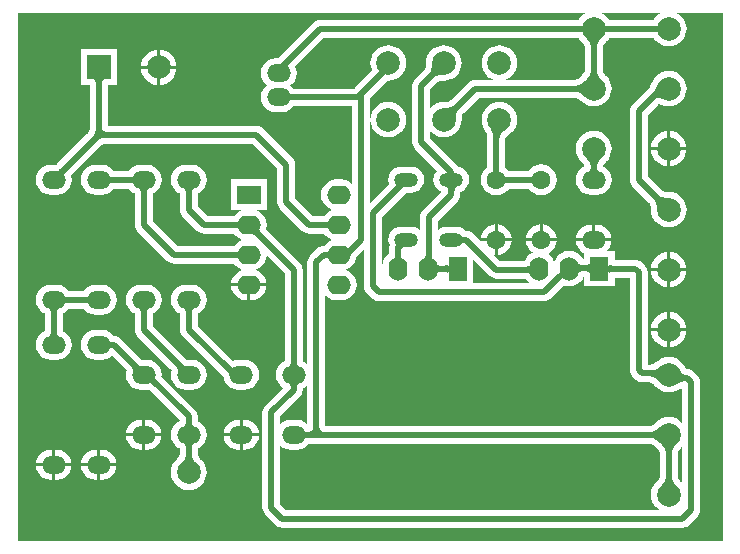
<source format=gbl>
G04*
G04 #@! TF.GenerationSoftware,Altium Limited,Altium Designer,21.8.1 (53)*
G04*
G04 Layer_Physical_Order=2*
G04 Layer_Color=16711680*
%FSLAX44Y44*%
%MOMM*%
G71*
G04*
G04 #@! TF.SameCoordinates,6425659C-F3A0-46A0-A297-A501553EC87D*
G04*
G04*
G04 #@! TF.FilePolarity,Positive*
G04*
G01*
G75*
%ADD10C,0.5000*%
%ADD11O,1.6000X2.0000*%
%ADD12R,1.6000X2.0000*%
%ADD13O,2.0000X1.5000*%
%ADD14R,2.0000X1.6000*%
%ADD15O,2.0000X1.6000*%
%ADD16C,1.6000*%
%ADD17O,2.0000X1.2000*%
%ADD18C,2.0000*%
%ADD19R,2.0000X2.0000*%
G36*
X1274326Y1067540D02*
X1272042Y1065665D01*
X1270168Y1063381D01*
X1269735Y1062572D01*
X1232165D01*
X1231732Y1063381D01*
X1229858Y1065665D01*
X1227574Y1067540D01*
X1225543Y1068625D01*
X1276357D01*
X1274326Y1067540D01*
D02*
G37*
G36*
X1328625Y621375D02*
X731375D01*
Y1068625D01*
X1212857D01*
X1210826Y1067540D01*
X1208542Y1065665D01*
X1206668Y1063381D01*
X1206235Y1062572D01*
X987532D01*
X987531Y1062572D01*
X986552Y1062443D01*
X985573Y1062314D01*
X983749Y1061559D01*
X982182Y1060356D01*
X951704Y1029878D01*
X950000D01*
X946737Y1029448D01*
X943696Y1028189D01*
X941085Y1026185D01*
X939081Y1023574D01*
X937822Y1020533D01*
X937392Y1017270D01*
X937822Y1014007D01*
X939081Y1010966D01*
X941085Y1008355D01*
X942707Y1007110D01*
X941085Y1005865D01*
X939081Y1003254D01*
X937822Y1000213D01*
X937392Y996950D01*
X937822Y993687D01*
X939081Y990646D01*
X941085Y988035D01*
X943696Y986031D01*
X946737Y984772D01*
X950000Y984342D01*
X955000D01*
X958263Y984772D01*
X961304Y986031D01*
X963915Y988035D01*
X964760Y989135D01*
X1014785D01*
Y923393D01*
X1014572Y923672D01*
X1011856Y925755D01*
X1008694Y927065D01*
X1005300Y927512D01*
X1001300D01*
X997906Y927065D01*
X994744Y925755D01*
X992028Y923672D01*
X989945Y920956D01*
X988635Y917794D01*
X988188Y914400D01*
X988635Y911006D01*
X989945Y907844D01*
X992028Y905128D01*
X994744Y903045D01*
X997906Y901735D01*
X998169Y901700D01*
X997906Y901665D01*
X994744Y900356D01*
X992028Y898272D01*
X990719Y896565D01*
X981033D01*
X966415Y911183D01*
Y939800D01*
X966415Y939800D01*
X966187Y941530D01*
X966157Y941758D01*
X965401Y943582D01*
X964199Y945149D01*
X964199Y945149D01*
X938799Y970549D01*
X937232Y971751D01*
X935408Y972507D01*
X933450Y972765D01*
X807971D01*
X807868Y972791D01*
X807700Y972800D01*
X807691Y972968D01*
X807665Y973071D01*
Y1007107D01*
X807696Y1007246D01*
X807699Y1007350D01*
X815100D01*
Y1037350D01*
X785100D01*
Y1007350D01*
X792501D01*
X792504Y1007246D01*
X792535Y1007107D01*
Y971796D01*
X792532Y971784D01*
X792535Y971743D01*
Y971545D01*
X792505Y971418D01*
X792477Y970623D01*
X792414Y970054D01*
X792313Y969525D01*
X792176Y969027D01*
X792002Y968554D01*
X791790Y968097D01*
X791536Y967649D01*
X791233Y967203D01*
X790875Y966756D01*
X790333Y966173D01*
X790264Y966062D01*
X765967Y941765D01*
X765840Y941684D01*
X765012Y940888D01*
X764341Y940298D01*
X763774Y939853D01*
X763560Y939708D01*
X759500D01*
X756237Y939278D01*
X753196Y938019D01*
X750585Y936015D01*
X748581Y933404D01*
X747322Y930363D01*
X746892Y927100D01*
X747322Y923837D01*
X748581Y920796D01*
X750585Y918185D01*
X753196Y916181D01*
X756237Y914922D01*
X759500Y914492D01*
X764500D01*
X767763Y914922D01*
X770804Y916181D01*
X773415Y918185D01*
X775419Y920796D01*
X776678Y923837D01*
X777108Y927100D01*
X776678Y930363D01*
X776508Y930774D01*
X776784Y931111D01*
X777487Y931844D01*
X777568Y931970D01*
X800962Y955364D01*
X801073Y955433D01*
X801656Y955975D01*
X802103Y956333D01*
X802549Y956636D01*
X802997Y956890D01*
X803454Y957102D01*
X803927Y957275D01*
X804425Y957413D01*
X804954Y957514D01*
X805523Y957577D01*
X806318Y957605D01*
X806445Y957635D01*
X806642D01*
X806684Y957632D01*
X806696Y957635D01*
X930317D01*
X951285Y936667D01*
Y908050D01*
X951543Y906092D01*
X952299Y904268D01*
X953501Y902701D01*
X972551Y883651D01*
X974118Y882449D01*
X975942Y881693D01*
X977900Y881435D01*
X990719D01*
X992028Y879728D01*
X994744Y877645D01*
X997906Y876335D01*
X998169Y876300D01*
X997906Y876265D01*
X994744Y874956D01*
X992028Y872872D01*
X990744Y871198D01*
X990585Y871198D01*
X990084Y871097D01*
X988642Y870907D01*
X986818Y870151D01*
X985251Y868949D01*
X985251Y868949D01*
X978901Y862599D01*
X977699Y861032D01*
X976943Y859208D01*
X976685Y857250D01*
Y770824D01*
X976615Y770915D01*
X974004Y772919D01*
X972844Y773399D01*
X972818Y773727D01*
X972796Y774627D01*
X972765Y774770D01*
Y850900D01*
X972507Y852858D01*
X971751Y854682D01*
X970549Y856249D01*
X970549Y856249D01*
X942749Y884049D01*
X942669Y884175D01*
X941923Y884952D01*
X941633Y885286D01*
X941765Y885606D01*
X942212Y889000D01*
X941765Y892394D01*
X940455Y895556D01*
X938372Y898272D01*
X935656Y900356D01*
X933134Y901400D01*
X942100D01*
Y927400D01*
X912100D01*
Y901400D01*
X921066D01*
X918544Y900356D01*
X915828Y898272D01*
X914519Y896565D01*
X892133D01*
X883865Y904833D01*
Y914330D01*
X883896Y914473D01*
X883918Y915372D01*
X883944Y915701D01*
X885104Y916181D01*
X887715Y918185D01*
X889719Y920796D01*
X890978Y923837D01*
X891408Y927100D01*
X890978Y930363D01*
X889719Y933404D01*
X887715Y936015D01*
X885104Y938019D01*
X882063Y939278D01*
X878800Y939708D01*
X873800D01*
X870537Y939278D01*
X867496Y938019D01*
X864885Y936015D01*
X862881Y933404D01*
X861622Y930363D01*
X861192Y927100D01*
X861622Y923837D01*
X862881Y920796D01*
X864885Y918185D01*
X867496Y916181D01*
X868656Y915701D01*
X868682Y915373D01*
X868704Y914473D01*
X868735Y914330D01*
Y901700D01*
X868993Y899742D01*
X869749Y897918D01*
X870951Y896351D01*
X883651Y883651D01*
X885218Y882449D01*
X887042Y881693D01*
X889000Y881435D01*
X889000Y881435D01*
X914519D01*
X915828Y879728D01*
X918544Y877645D01*
X921706Y876335D01*
X921970Y876300D01*
X921706Y876265D01*
X918544Y874956D01*
X915828Y872872D01*
X914519Y871165D01*
X866733D01*
X845765Y892133D01*
Y914330D01*
X845797Y914473D01*
X845818Y915372D01*
X845844Y915701D01*
X847004Y916181D01*
X849615Y918185D01*
X851619Y920796D01*
X852878Y923837D01*
X853308Y927100D01*
X852878Y930363D01*
X851619Y933404D01*
X849615Y936015D01*
X847004Y938019D01*
X843963Y939278D01*
X840700Y939708D01*
X835700D01*
X832437Y939278D01*
X829396Y938019D01*
X826785Y936015D01*
X825749Y934665D01*
X812551D01*
X811515Y936015D01*
X808904Y938019D01*
X805863Y939278D01*
X802600Y939708D01*
X797600D01*
X794337Y939278D01*
X791296Y938019D01*
X788685Y936015D01*
X786681Y933404D01*
X785422Y930363D01*
X784992Y927100D01*
X785422Y923837D01*
X786681Y920796D01*
X788685Y918185D01*
X791296Y916181D01*
X794337Y914922D01*
X797600Y914492D01*
X802600D01*
X805863Y914922D01*
X808904Y916181D01*
X811515Y918185D01*
X812551Y919535D01*
X825749D01*
X826785Y918185D01*
X829396Y916181D01*
X830556Y915701D01*
X830582Y915373D01*
X830603Y914473D01*
X830635Y914330D01*
Y889000D01*
X830893Y887042D01*
X831649Y885218D01*
X832851Y883651D01*
X858251Y858251D01*
X858251Y858251D01*
X859818Y857049D01*
X861642Y856293D01*
X861870Y856263D01*
X863600Y856035D01*
X863600Y856035D01*
X914519D01*
X915828Y854328D01*
X918544Y852244D01*
X921706Y850935D01*
X921970Y850900D01*
X921706Y850865D01*
X918544Y849556D01*
X915828Y847472D01*
X913745Y844756D01*
X912435Y841594D01*
X912155Y839470D01*
X942045D01*
X941765Y841594D01*
X940455Y844756D01*
X938372Y847472D01*
X935656Y849556D01*
X932494Y850865D01*
X932231Y850900D01*
X932494Y850935D01*
X935656Y852244D01*
X938372Y854328D01*
X940455Y857044D01*
X941765Y860206D01*
X942164Y863238D01*
X957635Y847767D01*
Y774770D01*
X957604Y774627D01*
X957582Y773727D01*
X957556Y773399D01*
X956396Y772919D01*
X953785Y770915D01*
X951781Y768304D01*
X950522Y765263D01*
X950092Y762000D01*
X950522Y758737D01*
X951781Y755696D01*
X953785Y753085D01*
X956332Y751130D01*
X940801Y735599D01*
X939599Y734032D01*
X938843Y732208D01*
X938585Y730250D01*
Y649279D01*
X938843Y647321D01*
X939599Y645497D01*
X940801Y643930D01*
X950080Y634651D01*
X950080Y634651D01*
X951647Y633449D01*
X953471Y632693D01*
X955429Y632435D01*
X955429Y632435D01*
X1294050D01*
X1296008Y632693D01*
X1297832Y633449D01*
X1299399Y634651D01*
X1307099Y642351D01*
X1308301Y643918D01*
X1309057Y645742D01*
X1309186Y646721D01*
X1309315Y647700D01*
X1309315Y647700D01*
Y755650D01*
X1309315Y755650D01*
X1309057Y757608D01*
X1308301Y759432D01*
X1308022Y759797D01*
X1307099Y760999D01*
X1307099Y760999D01*
X1303619Y764479D01*
X1302052Y765681D01*
X1301518Y765902D01*
X1300228Y766437D01*
X1299574Y766523D01*
X1299398Y766601D01*
X1298986Y766612D01*
X1298588Y766718D01*
X1298116Y766747D01*
X1298000Y766770D01*
X1297895Y766805D01*
X1297769Y766867D01*
X1297599Y766979D01*
X1297377Y767165D01*
X1297104Y767449D01*
X1296788Y767846D01*
X1296440Y768367D01*
X1295992Y769157D01*
X1295706Y769489D01*
X1295232Y770374D01*
X1293358Y772658D01*
X1291074Y774532D01*
X1288468Y775925D01*
X1285641Y776783D01*
X1282700Y777073D01*
X1279760Y776783D01*
X1276932Y775925D01*
X1274326Y774532D01*
X1273590Y773928D01*
X1273220Y773747D01*
X1271395Y772354D01*
X1270708Y771902D01*
X1270030Y771507D01*
X1269412Y771194D01*
X1268860Y770961D01*
X1268377Y770798D01*
X1267966Y770696D01*
X1267624Y770644D01*
X1267076Y770615D01*
X1266972Y770589D01*
X1264865D01*
Y848878D01*
X1264607Y850836D01*
X1263851Y852661D01*
X1262649Y854228D01*
X1259720Y857157D01*
X1258153Y858359D01*
X1257619Y858580D01*
X1256329Y859114D01*
X1254371Y859372D01*
X1237084D01*
X1236944Y859404D01*
X1236841Y859406D01*
Y866807D01*
X1229863D01*
X1230615Y867385D01*
X1232619Y869996D01*
X1233878Y873037D01*
X1234141Y875030D01*
X1219200D01*
X1204259D01*
X1204522Y873037D01*
X1205781Y869996D01*
X1207785Y867385D01*
X1210396Y865381D01*
X1210842Y865197D01*
Y859809D01*
X1210545Y859816D01*
X1210007Y859857D01*
X1209797Y860363D01*
X1207713Y863079D01*
X1204997Y865163D01*
X1201835Y866473D01*
X1198441Y866920D01*
X1195048Y866473D01*
X1191885Y865163D01*
X1189170Y863079D01*
X1187086Y860363D01*
X1185776Y857201D01*
X1185742Y856938D01*
X1185707Y857201D01*
X1184397Y860363D01*
X1182313Y863079D01*
X1180381Y864561D01*
X1181306Y864945D01*
X1184022Y867028D01*
X1186105Y869744D01*
X1187415Y872906D01*
X1187695Y875030D01*
X1174750D01*
Y876300D01*
D01*
Y875030D01*
X1161805D01*
X1162085Y872906D01*
X1163394Y869744D01*
X1165478Y867028D01*
X1167410Y865546D01*
X1166485Y865163D01*
X1163770Y863079D01*
X1161686Y860363D01*
X1160925Y858527D01*
X1160818Y858518D01*
X1159912Y858496D01*
X1159902Y858494D01*
X1159892Y858496D01*
X1159755Y858465D01*
X1139783D01*
X1134819Y863429D01*
X1135380Y863355D01*
Y875030D01*
X1123705D01*
X1123779Y874469D01*
X1116599Y881649D01*
X1115032Y882851D01*
X1113208Y883607D01*
X1111810Y883791D01*
X1111300Y883898D01*
X1110580Y883905D01*
X1110395Y884145D01*
X1108098Y885909D01*
X1105422Y887017D01*
X1102550Y887395D01*
X1094550D01*
X1091678Y887017D01*
X1089003Y885909D01*
X1087065Y884421D01*
Y892217D01*
X1103899Y909051D01*
X1105101Y910618D01*
X1105857Y912442D01*
X1106115Y914400D01*
Y915831D01*
X1106146Y915971D01*
X1106165Y916691D01*
X1108098Y917492D01*
X1110395Y919255D01*
X1112159Y921553D01*
X1113267Y924228D01*
X1113645Y927100D01*
X1113267Y929972D01*
X1112159Y932647D01*
X1110395Y934945D01*
X1108098Y936709D01*
X1105422Y937817D01*
X1104566Y937929D01*
X1103899Y938799D01*
X1103899Y938799D01*
X1080715Y961983D01*
Y968250D01*
X1081542Y967242D01*
X1083826Y965368D01*
X1086432Y963975D01*
X1089259Y963117D01*
X1092200Y962827D01*
X1095141Y963117D01*
X1097968Y963975D01*
X1100574Y965368D01*
X1102858Y967242D01*
X1104732Y969526D01*
X1106125Y972132D01*
X1106983Y974959D01*
X1107257Y977741D01*
X1107297Y977928D01*
X1107312Y979021D01*
X1107371Y979900D01*
X1107468Y980679D01*
X1107599Y981359D01*
X1107754Y981941D01*
X1107927Y982427D01*
X1108109Y982825D01*
X1108294Y983145D01*
X1108478Y983401D01*
X1108852Y983817D01*
X1108905Y983907D01*
X1121641Y996643D01*
X1203140D01*
X1203241Y996617D01*
X1203800Y996587D01*
X1204111Y996536D01*
X1204468Y996441D01*
X1204878Y996288D01*
X1205344Y996066D01*
X1205866Y995765D01*
X1206376Y995419D01*
X1207773Y994264D01*
X1208505Y993552D01*
X1208666Y993448D01*
X1210826Y991675D01*
X1213432Y990282D01*
X1216260Y989424D01*
X1219200Y989135D01*
X1222141Y989424D01*
X1224968Y990282D01*
X1227574Y991675D01*
X1229858Y993549D01*
X1231732Y995833D01*
X1233125Y998439D01*
X1233983Y1001267D01*
X1234273Y1004207D01*
X1233983Y1007148D01*
X1233125Y1009975D01*
X1231732Y1012581D01*
X1229959Y1014742D01*
X1229855Y1014902D01*
X1229093Y1015686D01*
X1228513Y1016348D01*
X1228031Y1016969D01*
X1227642Y1017542D01*
X1227341Y1018063D01*
X1227120Y1018529D01*
X1226967Y1018939D01*
X1226871Y1019296D01*
X1226821Y1019608D01*
X1226790Y1020166D01*
X1226765Y1020267D01*
Y1038948D01*
X1226790Y1039048D01*
X1226821Y1039607D01*
X1226871Y1039919D01*
X1226967Y1040275D01*
X1227120Y1040685D01*
X1227341Y1041151D01*
X1227643Y1041673D01*
X1227988Y1042183D01*
X1229143Y1043580D01*
X1229855Y1044312D01*
X1229959Y1044473D01*
X1231732Y1046633D01*
X1232165Y1047443D01*
X1269735D01*
X1270168Y1046633D01*
X1272042Y1044349D01*
X1274326Y1042475D01*
X1276932Y1041082D01*
X1279760Y1040224D01*
X1282700Y1039935D01*
X1285641Y1040224D01*
X1288468Y1041082D01*
X1291074Y1042475D01*
X1293358Y1044349D01*
X1295232Y1046633D01*
X1296625Y1049239D01*
X1297483Y1052067D01*
X1297773Y1055007D01*
X1297483Y1057948D01*
X1296625Y1060775D01*
X1295232Y1063381D01*
X1293358Y1065665D01*
X1291074Y1067540D01*
X1289043Y1068625D01*
X1328625D01*
Y621375D01*
D02*
G37*
G36*
X1225345Y1046986D02*
X1223905Y1045245D01*
X1223320Y1044382D01*
X1222825Y1043525D01*
X1222420Y1042674D01*
X1222105Y1041828D01*
X1221880Y1040988D01*
X1221745Y1040154D01*
X1221700Y1039325D01*
X1216700D01*
X1216655Y1040154D01*
X1216520Y1040988D01*
X1216295Y1041828D01*
X1215980Y1042674D01*
X1215575Y1043525D01*
X1215080Y1044382D01*
X1214495Y1045245D01*
X1213820Y1046113D01*
X1213055Y1046986D01*
X1212200Y1047866D01*
X1226200D01*
X1225345Y1046986D01*
D02*
G37*
G36*
X1092100Y1015900D02*
X1090874Y1015883D01*
X1088624Y1015670D01*
X1087600Y1015473D01*
X1086644Y1015218D01*
X1085756Y1014902D01*
X1084935Y1014527D01*
X1084182Y1014092D01*
X1083496Y1013597D01*
X1082879Y1013043D01*
X1079343Y1016579D01*
X1079897Y1017196D01*
X1080392Y1017882D01*
X1080827Y1018635D01*
X1081202Y1019456D01*
X1081518Y1020344D01*
X1081774Y1021300D01*
X1081970Y1022324D01*
X1082106Y1023415D01*
X1082183Y1024574D01*
X1082200Y1025800D01*
X1092100Y1015900D01*
D02*
G37*
G36*
X1206668Y1046633D02*
X1208441Y1044473D01*
X1208545Y1044312D01*
X1209307Y1043528D01*
X1209886Y1042866D01*
X1210369Y1042246D01*
X1210758Y1041673D01*
X1211059Y1041151D01*
X1211281Y1040685D01*
X1211433Y1040275D01*
X1211529Y1039919D01*
X1211579Y1039607D01*
X1211609Y1039048D01*
X1211635Y1038948D01*
Y1020267D01*
X1211609Y1020166D01*
X1211579Y1019608D01*
X1211529Y1019296D01*
X1211433Y1018939D01*
X1211281Y1018529D01*
X1211059Y1018063D01*
X1210758Y1017542D01*
X1210412Y1017032D01*
X1209257Y1015635D01*
X1208545Y1014902D01*
X1208529Y1014878D01*
X1208505Y1014862D01*
X1207721Y1014100D01*
X1207059Y1013521D01*
X1206439Y1013038D01*
X1205865Y1012650D01*
X1205344Y1012348D01*
X1204878Y1012127D01*
X1204468Y1011974D01*
X1204111Y1011879D01*
X1203800Y1011828D01*
X1203241Y1011798D01*
X1203140Y1011772D01*
X1144300D01*
X1144968Y1011975D01*
X1147573Y1013367D01*
X1149858Y1015242D01*
X1151732Y1017526D01*
X1153125Y1020132D01*
X1153983Y1022959D01*
X1154272Y1025900D01*
X1153983Y1028840D01*
X1153125Y1031668D01*
X1151732Y1034274D01*
X1149858Y1036558D01*
X1147573Y1038432D01*
X1144968Y1039825D01*
X1142140Y1040683D01*
X1139200Y1040973D01*
X1136259Y1040683D01*
X1133432Y1039825D01*
X1130826Y1038432D01*
X1128542Y1036558D01*
X1126667Y1034274D01*
X1125274Y1031668D01*
X1124417Y1028840D01*
X1124127Y1025900D01*
X1124417Y1022959D01*
X1125274Y1020132D01*
X1126667Y1017526D01*
X1128542Y1015242D01*
X1130826Y1013367D01*
X1133432Y1011975D01*
X1134100Y1011772D01*
X1118507D01*
X1116549Y1011514D01*
X1114725Y1010759D01*
X1113158Y1009556D01*
X1113158Y1009556D01*
X1098207Y994605D01*
X1098117Y994552D01*
X1097701Y994178D01*
X1097445Y993994D01*
X1097125Y993809D01*
X1096727Y993627D01*
X1096241Y993454D01*
X1095659Y993299D01*
X1095054Y993183D01*
X1093249Y993011D01*
X1092228Y992997D01*
X1092041Y992957D01*
X1089259Y992683D01*
X1086432Y991825D01*
X1083826Y990432D01*
X1081542Y988558D01*
X1080715Y987550D01*
Y1003717D01*
X1086193Y1009195D01*
X1086283Y1009248D01*
X1086699Y1009622D01*
X1086955Y1009806D01*
X1087275Y1009991D01*
X1087673Y1010173D01*
X1088159Y1010346D01*
X1088740Y1010501D01*
X1089346Y1010617D01*
X1091151Y1010789D01*
X1092172Y1010803D01*
X1092359Y1010843D01*
X1095141Y1011117D01*
X1097968Y1011975D01*
X1100574Y1013367D01*
X1102858Y1015242D01*
X1104732Y1017526D01*
X1106125Y1020132D01*
X1106983Y1022959D01*
X1107273Y1025900D01*
X1106983Y1028840D01*
X1106125Y1031668D01*
X1104732Y1034274D01*
X1102858Y1036558D01*
X1100574Y1038432D01*
X1097968Y1039825D01*
X1095141Y1040683D01*
X1092200Y1040973D01*
X1089259Y1040683D01*
X1086432Y1039825D01*
X1083826Y1038432D01*
X1081542Y1036558D01*
X1079668Y1034274D01*
X1078275Y1031668D01*
X1077417Y1028840D01*
X1077143Y1026059D01*
X1077103Y1025872D01*
X1077088Y1024779D01*
X1077029Y1023900D01*
X1076932Y1023121D01*
X1076801Y1022440D01*
X1076646Y1021859D01*
X1076473Y1021373D01*
X1076291Y1020975D01*
X1076106Y1020655D01*
X1075922Y1020399D01*
X1075548Y1019983D01*
X1075495Y1019893D01*
X1067801Y1012199D01*
X1066599Y1010632D01*
X1065843Y1008808D01*
X1065585Y1006850D01*
Y958850D01*
X1065843Y956892D01*
X1066599Y955068D01*
X1067801Y953501D01*
X1086554Y934748D01*
X1084941Y932647D01*
X1083833Y929972D01*
X1083455Y927100D01*
X1083833Y924228D01*
X1084941Y921553D01*
X1086705Y919255D01*
X1089003Y917492D01*
X1090375Y916923D01*
X1074151Y900699D01*
X1072949Y899132D01*
X1072193Y897308D01*
X1071935Y895350D01*
Y884421D01*
X1069997Y885909D01*
X1067322Y887017D01*
X1064450Y887395D01*
X1056450D01*
X1053578Y887017D01*
X1050902Y885909D01*
X1048605Y884145D01*
X1046842Y881848D01*
X1045733Y879172D01*
X1045355Y876300D01*
X1045733Y873428D01*
X1046255Y872167D01*
X1045692Y870807D01*
X1045434Y868849D01*
Y864389D01*
X1043727Y863079D01*
X1041644Y860363D01*
X1040334Y857201D01*
X1039915Y854019D01*
Y895867D01*
X1060053Y916005D01*
X1064450D01*
X1067322Y916383D01*
X1069997Y917492D01*
X1072295Y919255D01*
X1074059Y921553D01*
X1075167Y924228D01*
X1075545Y927100D01*
X1075167Y929972D01*
X1074059Y932647D01*
X1072295Y934945D01*
X1069997Y936709D01*
X1067322Y937817D01*
X1064450Y938195D01*
X1056450D01*
X1053578Y937817D01*
X1050902Y936709D01*
X1048605Y934945D01*
X1046842Y932647D01*
X1045733Y929972D01*
X1045355Y927100D01*
X1045733Y924228D01*
X1046069Y923417D01*
X1029915Y907263D01*
Y996496D01*
X1044332Y1010913D01*
X1045200Y1010827D01*
X1048140Y1011117D01*
X1050968Y1011975D01*
X1053574Y1013367D01*
X1055858Y1015242D01*
X1057732Y1017526D01*
X1059125Y1020132D01*
X1059983Y1022959D01*
X1060272Y1025900D01*
X1059983Y1028840D01*
X1059125Y1031668D01*
X1057732Y1034274D01*
X1055858Y1036558D01*
X1053574Y1038432D01*
X1050968Y1039825D01*
X1048140Y1040683D01*
X1045200Y1040973D01*
X1042259Y1040683D01*
X1039432Y1039825D01*
X1036826Y1038432D01*
X1034542Y1036558D01*
X1032667Y1034274D01*
X1031275Y1031668D01*
X1030417Y1028840D01*
X1030127Y1025900D01*
X1030417Y1022959D01*
X1031275Y1020132D01*
X1031581Y1019558D01*
X1017001Y1004978D01*
X1016288Y1004265D01*
X965143D01*
X963915Y1005865D01*
X962293Y1007110D01*
X963915Y1008355D01*
X965919Y1010966D01*
X967178Y1014007D01*
X967608Y1017270D01*
X967178Y1020533D01*
X966176Y1022954D01*
X990665Y1047443D01*
X1206235D01*
X1206668Y1046633D01*
D02*
G37*
G36*
X1221745Y1019061D02*
X1221880Y1018226D01*
X1222105Y1017386D01*
X1222420Y1016541D01*
X1222825Y1015689D01*
X1223320Y1014833D01*
X1223905Y1013970D01*
X1224580Y1013102D01*
X1225345Y1012228D01*
X1226200Y1011349D01*
X1212200D01*
X1213055Y1012228D01*
X1214495Y1013970D01*
X1215080Y1014833D01*
X1215575Y1015689D01*
X1215980Y1016541D01*
X1216295Y1017386D01*
X1216520Y1018226D01*
X1216655Y1019061D01*
X1216700Y1019890D01*
X1221700D01*
X1221745Y1019061D01*
D02*
G37*
G36*
X804625Y1012330D02*
X804200Y1012180D01*
X803825Y1011930D01*
X803500Y1011581D01*
X803225Y1011131D01*
X803000Y1010581D01*
X802825Y1009930D01*
X802700Y1009181D01*
X802625Y1008331D01*
X802600Y1007381D01*
X797600D01*
X797575Y1008331D01*
X797500Y1009181D01*
X797375Y1009930D01*
X797200Y1010581D01*
X796975Y1011131D01*
X796700Y1011581D01*
X796375Y1011930D01*
X796000Y1012180D01*
X795575Y1012330D01*
X795100Y1012381D01*
X805100D01*
X804625Y1012330D01*
D02*
G37*
G36*
X1212059Y997207D02*
X1211179Y998062D01*
X1209437Y999502D01*
X1208575Y1000087D01*
X1207718Y1000582D01*
X1206867Y1000987D01*
X1206021Y1001302D01*
X1205181Y1001527D01*
X1204346Y1001662D01*
X1203518Y1001707D01*
Y1006707D01*
X1204346Y1006752D01*
X1205181Y1006887D01*
X1206021Y1007112D01*
X1206867Y1007427D01*
X1207718Y1007832D01*
X1208575Y1008327D01*
X1209437Y1008912D01*
X1210305Y1009587D01*
X1211179Y1010352D01*
X1212059Y1011207D01*
Y997207D01*
D02*
G37*
G36*
X1105057Y987221D02*
X1104503Y986603D01*
X1104008Y985918D01*
X1103573Y985165D01*
X1103198Y984344D01*
X1102882Y983456D01*
X1102626Y982500D01*
X1102430Y981476D01*
X1102294Y980385D01*
X1102217Y979226D01*
X1102199Y978000D01*
X1092300Y987899D01*
X1093526Y987917D01*
X1095776Y988130D01*
X1096800Y988326D01*
X1097756Y988582D01*
X1098644Y988898D01*
X1099465Y989273D01*
X1100218Y989708D01*
X1100903Y990203D01*
X1101521Y990757D01*
X1105057Y987221D01*
D02*
G37*
G36*
X802650Y971750D02*
X802800Y970900D01*
X803050Y970150D01*
X803400Y969500D01*
X803850Y968950D01*
X804400Y968500D01*
X805050Y968150D01*
X805800Y967900D01*
X806650Y967750D01*
X807600Y967700D01*
X806135Y962700D01*
X805150Y962665D01*
X804194Y962559D01*
X803267Y962382D01*
X802370Y962134D01*
X801502Y961816D01*
X800663Y961427D01*
X799853Y960968D01*
X799073Y960437D01*
X798322Y959836D01*
X797600Y959165D01*
X794064Y962700D01*
X794736Y963422D01*
X795337Y964173D01*
X795868Y964953D01*
X796327Y965763D01*
X796716Y966602D01*
X797034Y967470D01*
X797282Y968367D01*
X797459Y969294D01*
X797565Y970250D01*
X797600Y971236D01*
X802600Y972700D01*
X802650Y971750D01*
D02*
G37*
G36*
X773810Y935374D02*
X772967Y934497D01*
X771692Y932940D01*
X771258Y932260D01*
X770962Y931647D01*
X770801Y931100D01*
X770777Y930619D01*
X770890Y930204D01*
X771138Y929855D01*
X771524Y929573D01*
X762435Y934575D01*
X762911Y934386D01*
X763436Y934314D01*
X764009Y934362D01*
X764630Y934527D01*
X765300Y934812D01*
X766018Y935214D01*
X766784Y935735D01*
X767599Y936375D01*
X768462Y937133D01*
X769374Y938009D01*
X773810Y935374D01*
D02*
G37*
G36*
X1103073Y921179D02*
X1102648Y921025D01*
X1102273Y920769D01*
X1101949Y920410D01*
X1101674Y919948D01*
X1101450Y919384D01*
X1101275Y918717D01*
X1101150Y917948D01*
X1101075Y917076D01*
X1101050Y916102D01*
X1096050D01*
X1096025Y917076D01*
X1095950Y917948D01*
X1095825Y918717D01*
X1095650Y919384D01*
X1095426Y919948D01*
X1095151Y920410D01*
X1094827Y920769D01*
X1094452Y921025D01*
X1094027Y921179D01*
X1093553Y921230D01*
X1103547D01*
X1103073Y921179D01*
D02*
G37*
G36*
X880818Y920027D02*
X880394Y919862D01*
X880021Y919588D01*
X879697Y919204D01*
X879423Y918710D01*
X879199Y918106D01*
X879024Y917393D01*
X878900Y916570D01*
X878825Y915637D01*
X878800Y914594D01*
X873800D01*
X873775Y915637D01*
X873700Y916570D01*
X873576Y917393D01*
X873401Y918106D01*
X873177Y918710D01*
X872903Y919204D01*
X872579Y919588D01*
X872206Y919862D01*
X871782Y920027D01*
X871309Y920082D01*
X881291D01*
X880818Y920027D01*
D02*
G37*
G36*
X842718D02*
X842294Y919862D01*
X841921Y919588D01*
X841597Y919204D01*
X841323Y918710D01*
X841099Y918106D01*
X840924Y917393D01*
X840800Y916570D01*
X840725Y915637D01*
X840700Y914594D01*
X835700D01*
X835675Y915637D01*
X835600Y916570D01*
X835476Y917393D01*
X835301Y918106D01*
X835077Y918710D01*
X834803Y919204D01*
X834479Y919588D01*
X834106Y919862D01*
X833682Y920027D01*
X833209Y920082D01*
X843191D01*
X842718Y920027D01*
D02*
G37*
G36*
X936278Y886205D02*
X936048Y885837D01*
X935951Y885407D01*
X935986Y884914D01*
X936155Y884359D01*
X936456Y883742D01*
X936891Y883061D01*
X937458Y882318D01*
X938158Y881513D01*
X938990Y880645D01*
X934778Y877786D01*
X933883Y878647D01*
X932239Y880010D01*
X931491Y880513D01*
X930792Y880896D01*
X930143Y881160D01*
X929543Y881304D01*
X928991Y881330D01*
X928490Y881236D01*
X928037Y881022D01*
X936641Y886510D01*
X936278Y886205D01*
D02*
G37*
G36*
X1107882Y878952D02*
X1107984Y878920D01*
X1108154Y878892D01*
X1108392Y878867D01*
X1109515Y878817D01*
X1111250Y878800D01*
Y873800D01*
X1107848Y873613D01*
Y878987D01*
X1107882Y878952D01*
D02*
G37*
G36*
X1057919Y870332D02*
X1057902Y870296D01*
X1057818Y870195D01*
X1057452Y869802D01*
X1054767Y867081D01*
X1051231Y870617D01*
X1052520Y871842D01*
X1057919Y870332D01*
D02*
G37*
G36*
X993818Y860917D02*
X993785Y860952D01*
X993689Y860983D01*
X993528Y861010D01*
X993303Y861034D01*
X992241Y861084D01*
X990600Y861100D01*
Y866100D01*
X991211Y866102D01*
X993785Y866248D01*
X993818Y866283D01*
Y860917D01*
D02*
G37*
G36*
X1082000Y865919D02*
X1082025Y864670D01*
X1082223Y862537D01*
X1082396Y861654D01*
X1082619Y860893D01*
X1082891Y860254D01*
X1083214Y859736D01*
X1083585Y859341D01*
X1084006Y859068D01*
X1084476Y858916D01*
X1074514Y860733D01*
X1074987Y860711D01*
X1075409Y860826D01*
X1075782Y861078D01*
X1076105Y861467D01*
X1076379Y861993D01*
X1076602Y862656D01*
X1076776Y863456D01*
X1076901Y864393D01*
X1076975Y865467D01*
X1077000Y866678D01*
X1082000Y865919D01*
D02*
G37*
G36*
X1215902Y847197D02*
X1215852Y847672D01*
X1215701Y848097D01*
X1215450Y848472D01*
X1215098Y848797D01*
X1214645Y849072D01*
X1214091Y849297D01*
X1213438Y849472D01*
X1212683Y849597D01*
X1211828Y849672D01*
X1211141Y849690D01*
X1210382Y849672D01*
X1209437Y849598D01*
X1208606Y849473D01*
X1207888Y849299D01*
X1207282Y849074D01*
X1206790Y848801D01*
X1206410Y848477D01*
X1206143Y848103D01*
X1205990Y847680D01*
X1205949Y847206D01*
X1205639Y857183D01*
X1205710Y856711D01*
X1205893Y856288D01*
X1206187Y855915D01*
X1206592Y855592D01*
X1207108Y855319D01*
X1207736Y855095D01*
X1208476Y854921D01*
X1209326Y854797D01*
X1210288Y854722D01*
X1211102Y854703D01*
X1211828Y854722D01*
X1212683Y854797D01*
X1213438Y854922D01*
X1214091Y855097D01*
X1214645Y855322D01*
X1215098Y855597D01*
X1215450Y855922D01*
X1215701Y856297D01*
X1215852Y856722D01*
X1215902Y857197D01*
Y847197D01*
D02*
G37*
G36*
X1095860Y846807D02*
X1095810Y847282D01*
X1095659Y847707D01*
X1095407Y848083D01*
X1095055Y848407D01*
X1094602Y848682D01*
X1094049Y848907D01*
X1093395Y849082D01*
X1092640Y849207D01*
X1091785Y849283D01*
X1091080Y849301D01*
X1090299Y849283D01*
X1089353Y849208D01*
X1088517Y849083D01*
X1087793Y848909D01*
X1087180Y848685D01*
X1086679Y848411D01*
X1086289Y848087D01*
X1086011Y847713D01*
X1085844Y847290D01*
X1085788Y846816D01*
Y856799D01*
X1085844Y856325D01*
X1086011Y855902D01*
X1086289Y855528D01*
X1086679Y855204D01*
X1087180Y854930D01*
X1087793Y854706D01*
X1088517Y854532D01*
X1089353Y854407D01*
X1090299Y854332D01*
X1091080Y854314D01*
X1091785Y854332D01*
X1092640Y854407D01*
X1093395Y854532D01*
X1094049Y854707D01*
X1094602Y854932D01*
X1095055Y855207D01*
X1095407Y855532D01*
X1095659Y855907D01*
X1095810Y856332D01*
X1095860Y856807D01*
Y846807D01*
D02*
G37*
G36*
X1231831Y856332D02*
X1231982Y855907D01*
X1232233Y855532D01*
X1232585Y855207D01*
X1233038Y854932D01*
X1233592Y854707D01*
X1234245Y854532D01*
X1235000Y854407D01*
X1235855Y854332D01*
X1236811Y854307D01*
Y849307D01*
X1235855Y849283D01*
X1235000Y849207D01*
X1234245Y849082D01*
X1233592Y848907D01*
X1233038Y848682D01*
X1232585Y848407D01*
X1232233Y848083D01*
X1231982Y847707D01*
X1231831Y847282D01*
X1231780Y846807D01*
Y856807D01*
X1231831Y856332D01*
D02*
G37*
G36*
X1166120Y845914D02*
X1166028Y846387D01*
X1165823Y846809D01*
X1165507Y847182D01*
X1165080Y847505D01*
X1164541Y847779D01*
X1163890Y848002D01*
X1163128Y848176D01*
X1162254Y848301D01*
X1161269Y848375D01*
X1160172Y848400D01*
X1160033Y853400D01*
X1161082Y853425D01*
X1162017Y853500D01*
X1162837Y853624D01*
X1163543Y853799D01*
X1164134Y854023D01*
X1164611Y854297D01*
X1164974Y854621D01*
X1165223Y854994D01*
X1165357Y855418D01*
X1165377Y855891D01*
X1166120Y845914D01*
D02*
G37*
G36*
X1131301Y845551D02*
X1131301Y845551D01*
X1132868Y844349D01*
X1134692Y843593D01*
X1134920Y843563D01*
X1136650Y843335D01*
X1136650Y843335D01*
X1159913D01*
X1160057Y843303D01*
X1161018Y843281D01*
X1161702Y843230D01*
X1161703Y843230D01*
X1163770Y840536D01*
X1165231Y839415D01*
X1116799D01*
Y860053D01*
X1131301Y845551D01*
D02*
G37*
G36*
X1024785Y836672D02*
X1025043Y834714D01*
X1025799Y832889D01*
X1027001Y831322D01*
X1031822Y826501D01*
X1031822Y826501D01*
X1032709Y825821D01*
X1033389Y825299D01*
X1035214Y824543D01*
X1037171Y824285D01*
X1177004D01*
X1178962Y824543D01*
X1180252Y825077D01*
X1180787Y825299D01*
X1182353Y826501D01*
X1193596Y837744D01*
X1195048Y837142D01*
X1198441Y836695D01*
X1201835Y837142D01*
X1204997Y838452D01*
X1207713Y840536D01*
X1209797Y843251D01*
X1210337Y844555D01*
X1210643Y844579D01*
X1210842Y844584D01*
Y836807D01*
X1236841D01*
Y844209D01*
X1236944Y844211D01*
X1237084Y844243D01*
X1249735D01*
Y765953D01*
X1249993Y763995D01*
X1250749Y762171D01*
X1251951Y760604D01*
X1254880Y757675D01*
X1256447Y756473D01*
X1257202Y756160D01*
X1258271Y755717D01*
X1260229Y755460D01*
X1266255D01*
X1266270Y755455D01*
X1266321Y755460D01*
X1266427D01*
X1266525Y755434D01*
X1267090Y755403D01*
X1267372Y755355D01*
X1267671Y755270D01*
X1268004Y755135D01*
X1268380Y754936D01*
X1268803Y754660D01*
X1269271Y754295D01*
X1269779Y753832D01*
X1270322Y753263D01*
X1270984Y752480D01*
X1271345Y752192D01*
X1272042Y751342D01*
X1274326Y749468D01*
X1276932Y748075D01*
X1279760Y747217D01*
X1282700Y746927D01*
X1285641Y747217D01*
X1288468Y748075D01*
X1289449Y748599D01*
X1289899Y748730D01*
X1292133Y749894D01*
X1292995Y750294D01*
X1294185Y750771D01*
Y720850D01*
X1293358Y721858D01*
X1291074Y723732D01*
X1288468Y725125D01*
X1285641Y725983D01*
X1282700Y726273D01*
X1279760Y725983D01*
X1276932Y725125D01*
X1274326Y723732D01*
X1272166Y721959D01*
X1272005Y721855D01*
X1271221Y721093D01*
X1270559Y720514D01*
X1269939Y720031D01*
X1269365Y719642D01*
X1268844Y719341D01*
X1268378Y719119D01*
X1267968Y718967D01*
X1267611Y718871D01*
X1267299Y718821D01*
X1266741Y718791D01*
X1266640Y718765D01*
X992121D01*
X992018Y718791D01*
X991850Y718800D01*
X991841Y718968D01*
X991815Y719071D01*
Y829207D01*
X992028Y828928D01*
X994744Y826844D01*
X997906Y825535D01*
X1001300Y825088D01*
X1005300D01*
X1008694Y825535D01*
X1011856Y826844D01*
X1014572Y828928D01*
X1016656Y831644D01*
X1017965Y834806D01*
X1018412Y838200D01*
X1017965Y841594D01*
X1016656Y844756D01*
X1014572Y847472D01*
X1011856Y849556D01*
X1008694Y850865D01*
X1008430Y850900D01*
X1008694Y850935D01*
X1011856Y852244D01*
X1014572Y854328D01*
X1016656Y857044D01*
X1017965Y860206D01*
X1018119Y861370D01*
X1024785Y868037D01*
Y836672D01*
D02*
G37*
G36*
X967725Y773463D02*
X967800Y772530D01*
X967924Y771707D01*
X968099Y770994D01*
X968323Y770390D01*
X968597Y769896D01*
X968921Y769512D01*
X969294Y769238D01*
X969718Y769073D01*
X970191Y769018D01*
X960209D01*
X960682Y769073D01*
X961106Y769238D01*
X961479Y769512D01*
X961803Y769896D01*
X962077Y770390D01*
X962301Y770994D01*
X962476Y771707D01*
X962600Y772530D01*
X962675Y773463D01*
X962700Y774506D01*
X967700D01*
X967725Y773463D01*
D02*
G37*
G36*
X1274879Y755768D02*
X1274116Y756672D01*
X1273344Y757480D01*
X1272561Y758194D01*
X1271769Y758812D01*
X1270967Y759335D01*
X1270155Y759763D01*
X1269333Y760096D01*
X1268502Y760334D01*
X1267661Y760477D01*
X1266809Y760524D01*
X1267342Y765524D01*
X1268142Y765566D01*
X1268964Y765691D01*
X1269807Y765900D01*
X1270672Y766192D01*
X1271558Y766567D01*
X1272466Y767026D01*
X1273395Y767568D01*
X1274346Y768193D01*
X1276313Y769695D01*
X1274879Y755768D01*
D02*
G37*
G36*
X1292097Y765690D02*
X1292666Y764838D01*
X1293265Y764086D01*
X1293892Y763434D01*
X1294549Y762883D01*
X1295235Y762432D01*
X1295950Y762081D01*
X1296694Y761830D01*
X1297468Y761680D01*
X1298270Y761630D01*
X1297136Y756630D01*
X1296411Y756596D01*
X1295635Y756495D01*
X1294806Y756326D01*
X1293925Y756089D01*
X1292992Y755785D01*
X1290970Y754975D01*
X1289880Y754468D01*
X1287545Y753252D01*
X1291557Y766643D01*
X1292097Y765690D01*
D02*
G37*
G36*
X969718Y754927D02*
X969294Y754762D01*
X968921Y754488D01*
X968597Y754104D01*
X968323Y753610D01*
X968099Y753006D01*
X967924Y752293D01*
X967800Y751470D01*
X967725Y750537D01*
X967700Y749494D01*
X962700D01*
X962675Y750537D01*
X962600Y751470D01*
X962476Y752293D01*
X962301Y753006D01*
X962077Y753610D01*
X961803Y754104D01*
X961479Y754488D01*
X961106Y754762D01*
X960682Y754927D01*
X960209Y754982D01*
X970191D01*
X969718Y754927D01*
D02*
G37*
G36*
X976685Y720024D02*
X976615Y720115D01*
X974004Y722119D01*
X970963Y723378D01*
X967700Y723808D01*
X962700D01*
X959437Y723378D01*
X956396Y722119D01*
X953785Y720115D01*
X953715Y720024D01*
Y727117D01*
X970549Y743951D01*
X971751Y745518D01*
X972507Y747342D01*
X972742Y749131D01*
X972796Y749373D01*
X972818Y750273D01*
X972844Y750601D01*
X974004Y751081D01*
X976615Y753085D01*
X976685Y753176D01*
Y720024D01*
D02*
G37*
G36*
X986800Y717750D02*
X986950Y716900D01*
X987200Y716150D01*
X987550Y715500D01*
X988000Y714950D01*
X988550Y714500D01*
X989200Y714150D01*
X989950Y713900D01*
X990800Y713750D01*
X991750Y713700D01*
X984250Y708700D01*
X976750Y713700D01*
X977700Y713750D01*
X978550Y713900D01*
X979300Y714150D01*
X979950Y714500D01*
X980500Y714950D01*
X980950Y715500D01*
X981300Y716150D01*
X981550Y716900D01*
X981700Y717750D01*
X981750Y718700D01*
X986750D01*
X986800Y717750D01*
D02*
G37*
G36*
X1275559Y704200D02*
X1274679Y705055D01*
X1272937Y706495D01*
X1272075Y707080D01*
X1271218Y707575D01*
X1270367Y707980D01*
X1269521Y708295D01*
X1268681Y708520D01*
X1267846Y708655D01*
X1267018Y708700D01*
Y713700D01*
X1267846Y713745D01*
X1268681Y713880D01*
X1269521Y714105D01*
X1270367Y714420D01*
X1271218Y714825D01*
X1272075Y715320D01*
X1272937Y715905D01*
X1273805Y716580D01*
X1274679Y717345D01*
X1275559Y718200D01*
Y704200D01*
D02*
G37*
G36*
X1266741Y703609D02*
X1267299Y703579D01*
X1267611Y703529D01*
X1267968Y703433D01*
X1268378Y703280D01*
X1268844Y703059D01*
X1269366Y702757D01*
X1269875Y702412D01*
X1271273Y701257D01*
X1272005Y700545D01*
X1272029Y700529D01*
X1272045Y700505D01*
X1272807Y699721D01*
X1273387Y699059D01*
X1273869Y698439D01*
X1274258Y697866D01*
X1274559Y697344D01*
X1274781Y696878D01*
X1274933Y696468D01*
X1275029Y696112D01*
X1275079Y695799D01*
X1275109Y695241D01*
X1275135Y695141D01*
Y676460D01*
X1275109Y676359D01*
X1275079Y675800D01*
X1275029Y675489D01*
X1274933Y675132D01*
X1274781Y674722D01*
X1274559Y674256D01*
X1274258Y673734D01*
X1273912Y673224D01*
X1272757Y671827D01*
X1272045Y671095D01*
X1271941Y670934D01*
X1270168Y668774D01*
X1268775Y666168D01*
X1267917Y663341D01*
X1267627Y660400D01*
X1267917Y657459D01*
X1268775Y654632D01*
X1270168Y652026D01*
X1272042Y649742D01*
X1274326Y647868D01*
X1274893Y647565D01*
X958562D01*
X953715Y652412D01*
Y702376D01*
X953785Y702285D01*
X956396Y700281D01*
X959437Y699022D01*
X962700Y698592D01*
X967700D01*
X970963Y699022D01*
X974004Y700281D01*
X976615Y702285D01*
X977651Y703635D01*
X1266640D01*
X1266741Y703609D01*
D02*
G37*
G36*
X1288845Y703179D02*
X1287405Y701437D01*
X1286820Y700575D01*
X1286325Y699718D01*
X1285920Y698867D01*
X1285605Y698021D01*
X1285380Y697181D01*
X1285245Y696346D01*
X1285200Y695518D01*
X1280200D01*
X1280155Y696346D01*
X1280020Y697181D01*
X1279795Y698021D01*
X1279480Y698867D01*
X1279075Y699718D01*
X1278580Y700575D01*
X1277995Y701437D01*
X1277320Y702306D01*
X1276555Y703179D01*
X1275700Y704059D01*
X1289700D01*
X1288845Y703179D01*
D02*
G37*
G36*
X1294185Y670050D02*
X1293459Y670934D01*
X1293355Y671095D01*
X1292593Y671879D01*
X1292014Y672541D01*
X1291531Y673161D01*
X1291142Y673735D01*
X1290841Y674256D01*
X1290620Y674722D01*
X1290467Y675132D01*
X1290371Y675489D01*
X1290321Y675800D01*
X1290291Y676359D01*
X1290265Y676460D01*
Y695141D01*
X1290291Y695241D01*
X1290321Y695799D01*
X1290371Y696112D01*
X1290467Y696468D01*
X1290620Y696878D01*
X1290841Y697344D01*
X1291142Y697866D01*
X1291488Y698375D01*
X1292643Y699773D01*
X1293355Y700505D01*
X1293459Y700666D01*
X1294185Y701550D01*
Y670050D01*
D02*
G37*
G36*
X1285245Y675254D02*
X1285380Y674419D01*
X1285605Y673579D01*
X1285920Y672733D01*
X1286325Y671882D01*
X1286820Y671025D01*
X1287405Y670163D01*
X1288080Y669295D01*
X1288845Y668421D01*
X1289700Y667541D01*
X1275700D01*
X1276555Y668421D01*
X1277995Y670163D01*
X1278580Y671025D01*
X1279075Y671882D01*
X1279480Y672733D01*
X1279795Y673579D01*
X1280020Y674419D01*
X1280155Y675254D01*
X1280200Y676083D01*
X1285200D01*
X1285245Y675254D01*
D02*
G37*
%LPC*%
G36*
X852170Y1037298D02*
Y1023620D01*
X865847D01*
X865683Y1025291D01*
X864825Y1028118D01*
X863432Y1030724D01*
X861558Y1033008D01*
X859274Y1034882D01*
X856668Y1036275D01*
X853840Y1037133D01*
X852170Y1037298D01*
D02*
G37*
G36*
X849630Y1037298D02*
X847960Y1037133D01*
X845132Y1036275D01*
X842526Y1034882D01*
X840242Y1033008D01*
X838368Y1030724D01*
X836975Y1028118D01*
X836117Y1025291D01*
X835953Y1023620D01*
X849630D01*
Y1037298D01*
D02*
G37*
G36*
X865847Y1021080D02*
X852170D01*
Y1007402D01*
X853840Y1007567D01*
X856668Y1008425D01*
X859274Y1009818D01*
X861558Y1011692D01*
X863432Y1013976D01*
X864825Y1016582D01*
X865683Y1019409D01*
X865847Y1021080D01*
D02*
G37*
G36*
X849630D02*
X835953D01*
X836117Y1019409D01*
X836975Y1016582D01*
X838368Y1013976D01*
X840242Y1011692D01*
X842526Y1009818D01*
X845132Y1008425D01*
X847960Y1007567D01*
X849630Y1007402D01*
Y1021080D01*
D02*
G37*
G36*
X1282700Y1019280D02*
X1279760Y1018990D01*
X1276932Y1018132D01*
X1274326Y1016740D01*
X1272042Y1014865D01*
X1270168Y1012581D01*
X1269333Y1011020D01*
X1269038Y1010632D01*
X1269035Y1010621D01*
X1269028Y1010611D01*
X1267952Y1008380D01*
X1266481Y1005700D01*
X1266125Y1005131D01*
X1265334Y1004012D01*
X1265080Y1003704D01*
X1264727Y1003325D01*
X1264659Y1003214D01*
X1251951Y990506D01*
X1250749Y988940D01*
X1249993Y987115D01*
X1249735Y985157D01*
Y927100D01*
X1249993Y925142D01*
X1250749Y923318D01*
X1251951Y921751D01*
X1265995Y907707D01*
X1266048Y907617D01*
X1266422Y907201D01*
X1266606Y906945D01*
X1266791Y906625D01*
X1266973Y906227D01*
X1267146Y905741D01*
X1267301Y905160D01*
X1267418Y904554D01*
X1267589Y902749D01*
X1267603Y901728D01*
X1267643Y901541D01*
X1267917Y898760D01*
X1268775Y895932D01*
X1270168Y893326D01*
X1272042Y891042D01*
X1274326Y889168D01*
X1276932Y887775D01*
X1279760Y886917D01*
X1282700Y886627D01*
X1285641Y886917D01*
X1288468Y887775D01*
X1291074Y889168D01*
X1293358Y891042D01*
X1295232Y893326D01*
X1296625Y895932D01*
X1297483Y898760D01*
X1297773Y901700D01*
X1297483Y904641D01*
X1296625Y907468D01*
X1295232Y910074D01*
X1293358Y912358D01*
X1291074Y914232D01*
X1288468Y915625D01*
X1285641Y916483D01*
X1282859Y916757D01*
X1282672Y916797D01*
X1281579Y916812D01*
X1280700Y916871D01*
X1279921Y916968D01*
X1279240Y917099D01*
X1278659Y917254D01*
X1278173Y917427D01*
X1277775Y917609D01*
X1277455Y917794D01*
X1277199Y917978D01*
X1276783Y918352D01*
X1276693Y918405D01*
X1264865Y930233D01*
Y982024D01*
X1273337Y990496D01*
X1273369Y990514D01*
X1273432Y990591D01*
X1273519Y990642D01*
X1273960Y991037D01*
X1274124Y991151D01*
X1274222Y991201D01*
X1274277Y991220D01*
X1274329Y991229D01*
X1274424Y991233D01*
X1274602Y991215D01*
X1274886Y991150D01*
X1275284Y991012D01*
X1275986Y990688D01*
X1276325Y990607D01*
X1276932Y990282D01*
X1279760Y989424D01*
X1282700Y989135D01*
X1285641Y989424D01*
X1288468Y990282D01*
X1291074Y991675D01*
X1293358Y993549D01*
X1295232Y995833D01*
X1296625Y998439D01*
X1297483Y1001267D01*
X1297773Y1004207D01*
X1297483Y1007148D01*
X1296625Y1009975D01*
X1295232Y1012581D01*
X1293358Y1014865D01*
X1291074Y1016740D01*
X1288468Y1018132D01*
X1285641Y1018990D01*
X1282700Y1019280D01*
D02*
G37*
G36*
X1283970Y968355D02*
Y954677D01*
X1297648D01*
X1297483Y956348D01*
X1296625Y959175D01*
X1295232Y961781D01*
X1293358Y964065D01*
X1291074Y965940D01*
X1288468Y967333D01*
X1285641Y968190D01*
X1283970Y968355D01*
D02*
G37*
G36*
X1281430D02*
X1279760Y968190D01*
X1276932Y967333D01*
X1274326Y965940D01*
X1272042Y964065D01*
X1270168Y961781D01*
X1268775Y959175D01*
X1267917Y956348D01*
X1267753Y954677D01*
X1281430D01*
Y968355D01*
D02*
G37*
G36*
X1297648Y952137D02*
X1283970D01*
Y938460D01*
X1285641Y938624D01*
X1288468Y939482D01*
X1291074Y940875D01*
X1293358Y942749D01*
X1295232Y945033D01*
X1296625Y947639D01*
X1297483Y950467D01*
X1297648Y952137D01*
D02*
G37*
G36*
X1281430D02*
X1267753D01*
X1267917Y950467D01*
X1268775Y947639D01*
X1270168Y945033D01*
X1272042Y942749D01*
X1274326Y940875D01*
X1276932Y939482D01*
X1279760Y938624D01*
X1281430Y938460D01*
Y952137D01*
D02*
G37*
G36*
X1219200Y968480D02*
X1216260Y968190D01*
X1213432Y967333D01*
X1210826Y965940D01*
X1208542Y964065D01*
X1206668Y961781D01*
X1205275Y959175D01*
X1204417Y956348D01*
X1204127Y953407D01*
X1204417Y950467D01*
X1205275Y947639D01*
X1206668Y945033D01*
X1208441Y942873D01*
X1208545Y942712D01*
X1209307Y941928D01*
X1209886Y941266D01*
X1210369Y940646D01*
X1210758Y940073D01*
X1211059Y939551D01*
X1211281Y939085D01*
X1211433Y938675D01*
X1211488Y938471D01*
X1210396Y938019D01*
X1207785Y936015D01*
X1205781Y933404D01*
X1204522Y930363D01*
X1204092Y927100D01*
X1204522Y923837D01*
X1205781Y920796D01*
X1207785Y918185D01*
X1210396Y916181D01*
X1213437Y914922D01*
X1216700Y914492D01*
X1221700D01*
X1224963Y914922D01*
X1228004Y916181D01*
X1230615Y918185D01*
X1232619Y920796D01*
X1233878Y923837D01*
X1234308Y927100D01*
X1233878Y930363D01*
X1232619Y933404D01*
X1230615Y936015D01*
X1228004Y938019D01*
X1226912Y938471D01*
X1226967Y938675D01*
X1227120Y939085D01*
X1227341Y939551D01*
X1227643Y940073D01*
X1227988Y940583D01*
X1229143Y941980D01*
X1229855Y942712D01*
X1229959Y942873D01*
X1231732Y945033D01*
X1233125Y947639D01*
X1233983Y950467D01*
X1234273Y953407D01*
X1233983Y956348D01*
X1233125Y959175D01*
X1231732Y961781D01*
X1229858Y964065D01*
X1227574Y965940D01*
X1224968Y967333D01*
X1222141Y968190D01*
X1219200Y968480D01*
D02*
G37*
G36*
X1139200Y992973D02*
X1136259Y992683D01*
X1133432Y991825D01*
X1130826Y990432D01*
X1128542Y988558D01*
X1126667Y986274D01*
X1125274Y983668D01*
X1124417Y980841D01*
X1124127Y977900D01*
X1124417Y974959D01*
X1125274Y972132D01*
X1126010Y970756D01*
X1126160Y970293D01*
X1127374Y968120D01*
X1127783Y967296D01*
X1128503Y965604D01*
X1128715Y964985D01*
X1128879Y964404D01*
X1128982Y963920D01*
X1129033Y963542D01*
X1129058Y963024D01*
X1129085Y962914D01*
Y937682D01*
X1127378Y936372D01*
X1125294Y933656D01*
X1123985Y930494D01*
X1123538Y927100D01*
X1123985Y923706D01*
X1125294Y920544D01*
X1127378Y917828D01*
X1130094Y915744D01*
X1133256Y914435D01*
X1136650Y913988D01*
X1140044Y914435D01*
X1143206Y915744D01*
X1145922Y917828D01*
X1147232Y919535D01*
X1164168D01*
X1165478Y917828D01*
X1168194Y915744D01*
X1171356Y914435D01*
X1174750Y913988D01*
X1178144Y914435D01*
X1181306Y915744D01*
X1184022Y917828D01*
X1186105Y920544D01*
X1187415Y923706D01*
X1187862Y927100D01*
X1187415Y930494D01*
X1186105Y933656D01*
X1184022Y936372D01*
X1181306Y938456D01*
X1178144Y939765D01*
X1174750Y940212D01*
X1171356Y939765D01*
X1168194Y938456D01*
X1165478Y936372D01*
X1164168Y934665D01*
X1147232D01*
X1145922Y936372D01*
X1144215Y937682D01*
Y961513D01*
X1144240Y961610D01*
X1144272Y962184D01*
X1144314Y962421D01*
X1144380Y962633D01*
X1144475Y962846D01*
X1144617Y963082D01*
X1144827Y963354D01*
X1145123Y963665D01*
X1145523Y964012D01*
X1146038Y964387D01*
X1146822Y964870D01*
X1147066Y965096D01*
X1147573Y965368D01*
X1149858Y967242D01*
X1151732Y969526D01*
X1153125Y972132D01*
X1153983Y974959D01*
X1154272Y977900D01*
X1153983Y980841D01*
X1153125Y983668D01*
X1151732Y986274D01*
X1149858Y988558D01*
X1147573Y990432D01*
X1144968Y991825D01*
X1142140Y992683D01*
X1139200Y992973D01*
D02*
G37*
G36*
X1137920Y889245D02*
Y877570D01*
X1149595D01*
X1149315Y879694D01*
X1148006Y882856D01*
X1145922Y885572D01*
X1143206Y887655D01*
X1140044Y888965D01*
X1137920Y889245D01*
D02*
G37*
G36*
X1221700Y888908D02*
X1220470D01*
Y877570D01*
X1234141D01*
X1233878Y879563D01*
X1232619Y882604D01*
X1230615Y885215D01*
X1228004Y887219D01*
X1224963Y888478D01*
X1221700Y888908D01*
D02*
G37*
G36*
X1176020Y889245D02*
Y877570D01*
X1187695D01*
X1187415Y879694D01*
X1186105Y882856D01*
X1184022Y885572D01*
X1181306Y887655D01*
X1178144Y888965D01*
X1176020Y889245D01*
D02*
G37*
G36*
X1173480D02*
X1171356Y888965D01*
X1168194Y887655D01*
X1165478Y885572D01*
X1163394Y882856D01*
X1162085Y879694D01*
X1161805Y877570D01*
X1173480D01*
Y889245D01*
D02*
G37*
G36*
X1217930Y888908D02*
X1216700D01*
X1213437Y888478D01*
X1210396Y887219D01*
X1207785Y885215D01*
X1205781Y882604D01*
X1204522Y879563D01*
X1204259Y877570D01*
X1217930D01*
Y888908D01*
D02*
G37*
G36*
X1135380Y889245D02*
X1133256Y888965D01*
X1130094Y887655D01*
X1127378Y885572D01*
X1125294Y882856D01*
X1123985Y879694D01*
X1123705Y877570D01*
X1135380D01*
Y889245D01*
D02*
G37*
G36*
X1149595Y875030D02*
X1137920D01*
Y863355D01*
X1140044Y863635D01*
X1143206Y864945D01*
X1145922Y867028D01*
X1148006Y869744D01*
X1149315Y872906D01*
X1149595Y875030D01*
D02*
G37*
G36*
X1283970Y865847D02*
Y852170D01*
X1297648D01*
X1297483Y853840D01*
X1296625Y856668D01*
X1295232Y859274D01*
X1293358Y861558D01*
X1291074Y863432D01*
X1288468Y864825D01*
X1285641Y865683D01*
X1283970Y865847D01*
D02*
G37*
G36*
X1281430D02*
X1279760Y865683D01*
X1276932Y864825D01*
X1274326Y863432D01*
X1272042Y861558D01*
X1270168Y859274D01*
X1268775Y856668D01*
X1267917Y853840D01*
X1267753Y852170D01*
X1281430D01*
Y865847D01*
D02*
G37*
G36*
X1297648Y849630D02*
X1283970D01*
Y835953D01*
X1285641Y836117D01*
X1288468Y836975D01*
X1291074Y838368D01*
X1293358Y840242D01*
X1295232Y842526D01*
X1296625Y845132D01*
X1297483Y847960D01*
X1297648Y849630D01*
D02*
G37*
G36*
X1281430D02*
X1267753D01*
X1267917Y847960D01*
X1268775Y845132D01*
X1270168Y842526D01*
X1272042Y840242D01*
X1274326Y838368D01*
X1276932Y836975D01*
X1279760Y836117D01*
X1281430Y835953D01*
Y849630D01*
D02*
G37*
G36*
X802600Y838108D02*
X797600D01*
X794337Y837678D01*
X791296Y836419D01*
X788685Y834415D01*
X787649Y833065D01*
X774451D01*
X773415Y834415D01*
X770804Y836419D01*
X767763Y837678D01*
X764500Y838108D01*
X759500D01*
X756237Y837678D01*
X753196Y836419D01*
X750585Y834415D01*
X748581Y831804D01*
X747322Y828763D01*
X746892Y825500D01*
X747322Y822237D01*
X748581Y819196D01*
X750585Y816585D01*
X753196Y814581D01*
X754356Y814101D01*
X754382Y813773D01*
X754404Y812873D01*
X754435Y812730D01*
Y800170D01*
X754404Y800027D01*
X754382Y799128D01*
X754356Y798799D01*
X753196Y798319D01*
X750585Y796315D01*
X748581Y793704D01*
X747322Y790663D01*
X746892Y787400D01*
X747322Y784137D01*
X748581Y781096D01*
X750585Y778485D01*
X753196Y776481D01*
X756237Y775222D01*
X759500Y774792D01*
X764500D01*
X767763Y775222D01*
X770804Y776481D01*
X773415Y778485D01*
X775419Y781096D01*
X776678Y784137D01*
X777108Y787400D01*
X776678Y790663D01*
X775419Y793704D01*
X773415Y796315D01*
X770804Y798319D01*
X769644Y798799D01*
X769618Y799127D01*
X769596Y800027D01*
X769565Y800170D01*
Y812730D01*
X769596Y812873D01*
X769618Y813773D01*
X769644Y814101D01*
X770804Y814581D01*
X773415Y816585D01*
X774451Y817935D01*
X787649D01*
X788685Y816585D01*
X791296Y814581D01*
X794337Y813322D01*
X797600Y812892D01*
X802600D01*
X805863Y813322D01*
X808904Y814581D01*
X811515Y816585D01*
X813519Y819196D01*
X814778Y822237D01*
X815208Y825500D01*
X814778Y828763D01*
X813519Y831804D01*
X811515Y834415D01*
X808904Y836419D01*
X805863Y837678D01*
X802600Y838108D01*
D02*
G37*
G36*
X942045Y836930D02*
X928370D01*
Y825088D01*
X929100D01*
X932494Y825535D01*
X935656Y826844D01*
X938372Y828928D01*
X940455Y831644D01*
X941765Y834806D01*
X942045Y836930D01*
D02*
G37*
G36*
X925830D02*
X912155D01*
X912435Y834806D01*
X913745Y831644D01*
X915828Y828928D01*
X918544Y826844D01*
X921706Y825535D01*
X925100Y825088D01*
X925830D01*
Y836930D01*
D02*
G37*
G36*
X1283970Y815048D02*
Y801370D01*
X1297648D01*
X1297483Y803040D01*
X1296625Y805868D01*
X1295232Y808474D01*
X1293358Y810758D01*
X1291074Y812632D01*
X1288468Y814025D01*
X1285641Y814883D01*
X1283970Y815048D01*
D02*
G37*
G36*
X1281430D02*
X1279760Y814883D01*
X1276932Y814025D01*
X1274326Y812632D01*
X1272042Y810758D01*
X1270168Y808474D01*
X1268775Y805868D01*
X1267917Y803040D01*
X1267753Y801370D01*
X1281430D01*
Y815048D01*
D02*
G37*
G36*
X1297648Y798830D02*
X1283970D01*
Y785153D01*
X1285641Y785317D01*
X1288468Y786175D01*
X1291074Y787568D01*
X1293358Y789442D01*
X1295232Y791726D01*
X1296625Y794332D01*
X1297483Y797160D01*
X1297648Y798830D01*
D02*
G37*
G36*
X1281430D02*
X1267753D01*
X1267917Y797160D01*
X1268775Y794332D01*
X1270168Y791726D01*
X1272042Y789442D01*
X1274326Y787568D01*
X1276932Y786175D01*
X1279760Y785317D01*
X1281430Y785153D01*
Y798830D01*
D02*
G37*
G36*
X878800Y838108D02*
X873800D01*
X870537Y837678D01*
X867496Y836419D01*
X864885Y834415D01*
X862881Y831804D01*
X861622Y828763D01*
X861192Y825500D01*
X861622Y822237D01*
X862881Y819196D01*
X864885Y816585D01*
X867496Y814581D01*
X868656Y814101D01*
X868682Y813773D01*
X868704Y812873D01*
X868735Y812730D01*
Y800100D01*
X868993Y798142D01*
X869749Y796318D01*
X870951Y794751D01*
X905936Y759766D01*
X906072Y758737D01*
X907331Y755696D01*
X909335Y753085D01*
X911946Y751081D01*
X914987Y749822D01*
X918250Y749392D01*
X923250D01*
X926513Y749822D01*
X929554Y751081D01*
X932165Y753085D01*
X934169Y755696D01*
X935428Y758737D01*
X935858Y762000D01*
X935428Y765263D01*
X934169Y768304D01*
X932165Y770915D01*
X929554Y772919D01*
X926513Y774178D01*
X923250Y774608D01*
X918250D01*
X914987Y774178D01*
X913525Y773573D01*
X883865Y803233D01*
Y812730D01*
X883896Y812873D01*
X883918Y813773D01*
X883944Y814101D01*
X885104Y814581D01*
X887715Y816585D01*
X889719Y819196D01*
X890978Y822237D01*
X891408Y825500D01*
X890978Y828763D01*
X889719Y831804D01*
X887715Y834415D01*
X885104Y836419D01*
X882063Y837678D01*
X878800Y838108D01*
D02*
G37*
G36*
X840700D02*
X835700D01*
X832437Y837678D01*
X829396Y836419D01*
X826785Y834415D01*
X824781Y831804D01*
X823522Y828763D01*
X823092Y825500D01*
X823522Y822237D01*
X824781Y819196D01*
X826785Y816585D01*
X829396Y814581D01*
X830556Y814101D01*
X830582Y813773D01*
X830603Y812873D01*
X830635Y812730D01*
Y800100D01*
X830893Y798142D01*
X831649Y796318D01*
X832851Y794751D01*
X860732Y766870D01*
X860813Y766744D01*
X861569Y765956D01*
X861799Y765691D01*
X861622Y765263D01*
X861192Y762000D01*
X861622Y758737D01*
X862881Y755696D01*
X864885Y753085D01*
X867496Y751081D01*
X870537Y749822D01*
X873800Y749392D01*
X878800D01*
X882063Y749822D01*
X885104Y751081D01*
X887715Y753085D01*
X889719Y755696D01*
X890978Y758737D01*
X891408Y762000D01*
X890978Y765263D01*
X889719Y768304D01*
X887715Y770915D01*
X885104Y772919D01*
X882063Y774178D01*
X878800Y774608D01*
X874740D01*
X874587Y774712D01*
X873240Y775834D01*
X872460Y776584D01*
X872333Y776665D01*
X845765Y803233D01*
Y812730D01*
X845797Y812873D01*
X845818Y813773D01*
X845844Y814101D01*
X847004Y814581D01*
X849615Y816585D01*
X851619Y819196D01*
X852878Y822237D01*
X853308Y825500D01*
X852878Y828763D01*
X851619Y831804D01*
X849615Y834415D01*
X847004Y836419D01*
X843963Y837678D01*
X840700Y838108D01*
D02*
G37*
G36*
X923250Y723808D02*
X922020D01*
Y712470D01*
X935691D01*
X935428Y714463D01*
X934169Y717504D01*
X932165Y720115D01*
X929554Y722119D01*
X926513Y723378D01*
X923250Y723808D01*
D02*
G37*
G36*
X840700D02*
X839470D01*
Y712470D01*
X853141D01*
X852878Y714463D01*
X851619Y717504D01*
X849615Y720115D01*
X847004Y722119D01*
X843963Y723378D01*
X840700Y723808D01*
D02*
G37*
G36*
X836930D02*
X835700D01*
X832437Y723378D01*
X829396Y722119D01*
X826785Y720115D01*
X824781Y717504D01*
X823522Y714463D01*
X823259Y712470D01*
X836930D01*
Y723808D01*
D02*
G37*
G36*
X919480D02*
X918250D01*
X914987Y723378D01*
X911946Y722119D01*
X909335Y720115D01*
X907331Y717504D01*
X906072Y714463D01*
X905809Y712470D01*
X919480D01*
Y723808D01*
D02*
G37*
G36*
X935691Y709930D02*
X922020D01*
Y698592D01*
X923250D01*
X926513Y699022D01*
X929554Y700281D01*
X932165Y702285D01*
X934169Y704896D01*
X935428Y707937D01*
X935691Y709930D01*
D02*
G37*
G36*
X919480D02*
X905809D01*
X906072Y707937D01*
X907331Y704896D01*
X909335Y702285D01*
X911946Y700281D01*
X914987Y699022D01*
X918250Y698592D01*
X919480D01*
Y709930D01*
D02*
G37*
G36*
X853141D02*
X839470D01*
Y698592D01*
X840700D01*
X843963Y699022D01*
X847004Y700281D01*
X849615Y702285D01*
X851619Y704896D01*
X852878Y707937D01*
X853141Y709930D01*
D02*
G37*
G36*
X836930D02*
X823259D01*
X823522Y707937D01*
X824781Y704896D01*
X826785Y702285D01*
X829396Y700281D01*
X832437Y699022D01*
X835700Y698592D01*
X836930D01*
Y709930D01*
D02*
G37*
G36*
X802600Y698408D02*
X801370D01*
Y687070D01*
X815041D01*
X814778Y689063D01*
X813519Y692104D01*
X811515Y694715D01*
X808904Y696719D01*
X805863Y697978D01*
X802600Y698408D01*
D02*
G37*
G36*
X764500D02*
X763270D01*
Y687070D01*
X776941D01*
X776678Y689063D01*
X775419Y692104D01*
X773415Y694715D01*
X770804Y696719D01*
X767763Y697978D01*
X764500Y698408D01*
D02*
G37*
G36*
X798830D02*
X797600D01*
X794337Y697978D01*
X791296Y696719D01*
X788685Y694715D01*
X786681Y692104D01*
X785422Y689063D01*
X785159Y687070D01*
X798830D01*
Y698408D01*
D02*
G37*
G36*
X760730D02*
X759500D01*
X756237Y697978D01*
X753196Y696719D01*
X750585Y694715D01*
X748581Y692104D01*
X747322Y689063D01*
X747059Y687070D01*
X760730D01*
Y698408D01*
D02*
G37*
G36*
X815041Y684530D02*
X801370D01*
Y673192D01*
X802600D01*
X805863Y673622D01*
X808904Y674881D01*
X811515Y676885D01*
X813519Y679496D01*
X814778Y682537D01*
X815041Y684530D01*
D02*
G37*
G36*
X798830D02*
X785159D01*
X785422Y682537D01*
X786681Y679496D01*
X788685Y676885D01*
X791296Y674881D01*
X794337Y673622D01*
X797600Y673192D01*
X798830D01*
Y684530D01*
D02*
G37*
G36*
X776941D02*
X763270D01*
Y673192D01*
X764500D01*
X767763Y673622D01*
X770804Y674881D01*
X773415Y676885D01*
X775419Y679496D01*
X776678Y682537D01*
X776941Y684530D01*
D02*
G37*
G36*
X760730D02*
X747059D01*
X747322Y682537D01*
X748581Y679496D01*
X750585Y676885D01*
X753196Y674881D01*
X756237Y673622D01*
X759500Y673192D01*
X760730D01*
Y684530D01*
D02*
G37*
G36*
X802600Y800008D02*
X797600D01*
X794337Y799578D01*
X791296Y798319D01*
X788685Y796315D01*
X786681Y793704D01*
X785422Y790663D01*
X784992Y787400D01*
X785422Y784137D01*
X786681Y781096D01*
X788685Y778485D01*
X791296Y776481D01*
X794337Y775222D01*
X797600Y774792D01*
X802600D01*
X805863Y775222D01*
X808904Y776481D01*
X811233Y778269D01*
X822632Y766870D01*
X822713Y766744D01*
X823469Y765956D01*
X823699Y765691D01*
X823522Y765263D01*
X823092Y762000D01*
X823522Y758737D01*
X824781Y755696D01*
X826785Y753085D01*
X829396Y751081D01*
X832437Y749822D01*
X835700Y749392D01*
X840700D01*
X842570Y749638D01*
X868696Y723512D01*
X868682Y722927D01*
X868656Y722599D01*
X867496Y722119D01*
X864885Y720115D01*
X862881Y717504D01*
X861622Y714463D01*
X861192Y711200D01*
X861622Y707937D01*
X862881Y704896D01*
X864885Y702285D01*
X867496Y700281D01*
X868656Y699801D01*
X868682Y699473D01*
X868704Y698573D01*
X868735Y698430D01*
Y695509D01*
X868709Y695409D01*
X868679Y694850D01*
X868629Y694538D01*
X868533Y694182D01*
X868381Y693772D01*
X868159Y693306D01*
X867858Y692784D01*
X867512Y692274D01*
X866357Y690877D01*
X865645Y690145D01*
X865541Y689984D01*
X863768Y687824D01*
X862375Y685218D01*
X861517Y682391D01*
X861227Y679450D01*
X861517Y676509D01*
X862375Y673682D01*
X863768Y671076D01*
X865642Y668792D01*
X867926Y666918D01*
X870532Y665525D01*
X873360Y664667D01*
X876300Y664377D01*
X879240Y664667D01*
X882068Y665525D01*
X884674Y666918D01*
X886958Y668792D01*
X888832Y671076D01*
X890225Y673682D01*
X891083Y676509D01*
X891373Y679450D01*
X891083Y682391D01*
X890225Y685218D01*
X888832Y687824D01*
X887059Y689984D01*
X886955Y690145D01*
X886193Y690929D01*
X885613Y691591D01*
X885131Y692211D01*
X884742Y692785D01*
X884441Y693306D01*
X884220Y693772D01*
X884067Y694182D01*
X883971Y694538D01*
X883921Y694850D01*
X883891Y695409D01*
X883865Y695509D01*
Y698430D01*
X883896Y698573D01*
X883918Y699473D01*
X883944Y699801D01*
X885104Y700281D01*
X887715Y702285D01*
X889719Y704896D01*
X890978Y707937D01*
X891408Y711200D01*
X890978Y714463D01*
X889719Y717504D01*
X887715Y720115D01*
X885104Y722119D01*
X883944Y722599D01*
X883918Y722927D01*
X883896Y723827D01*
X883865Y723970D01*
Y726606D01*
X883607Y728564D01*
X882851Y730388D01*
X881649Y731955D01*
X853110Y760494D01*
X853308Y762000D01*
X852878Y765263D01*
X851619Y768304D01*
X849615Y770915D01*
X847004Y772919D01*
X843963Y774178D01*
X840700Y774608D01*
X836640D01*
X836487Y774712D01*
X835140Y775834D01*
X834360Y776584D01*
X834233Y776665D01*
X818149Y792749D01*
X816582Y793951D01*
X814758Y794707D01*
X813363Y794891D01*
X812851Y794998D01*
X812523Y795001D01*
X811515Y796315D01*
X808904Y798319D01*
X805863Y799578D01*
X802600Y800008D01*
D02*
G37*
%LPD*%
G36*
X1278121Y995317D02*
X1277194Y995745D01*
X1276296Y996058D01*
X1275426Y996256D01*
X1274583Y996340D01*
X1273769Y996310D01*
X1272983Y996165D01*
X1272225Y995906D01*
X1271496Y995533D01*
X1270794Y995045D01*
X1270120Y994442D01*
X1268458Y999851D01*
X1268917Y1000344D01*
X1269389Y1000917D01*
X1270370Y1002304D01*
X1270880Y1003119D01*
X1272486Y1006044D01*
X1273620Y1008397D01*
X1278121Y995317D01*
D02*
G37*
G36*
X1273997Y914003D02*
X1274682Y913508D01*
X1275435Y913073D01*
X1276256Y912698D01*
X1277144Y912382D01*
X1278100Y912126D01*
X1279124Y911930D01*
X1280215Y911794D01*
X1281374Y911717D01*
X1282600Y911700D01*
X1272701Y901800D01*
X1272683Y903026D01*
X1272470Y905276D01*
X1272274Y906300D01*
X1272018Y907256D01*
X1271702Y908144D01*
X1271327Y908965D01*
X1270892Y909718D01*
X1270397Y910404D01*
X1269843Y911021D01*
X1273379Y914557D01*
X1273997Y914003D01*
D02*
G37*
G36*
X1225345Y945387D02*
X1223905Y943645D01*
X1223320Y942782D01*
X1222825Y941925D01*
X1222420Y941074D01*
X1222105Y940228D01*
X1221880Y939388D01*
X1221745Y938554D01*
X1221737Y938410D01*
X1221800Y937630D01*
X1221924Y936807D01*
X1222099Y936094D01*
X1222323Y935490D01*
X1222597Y934996D01*
X1222921Y934612D01*
X1223294Y934338D01*
X1223718Y934173D01*
X1224191Y934118D01*
X1214209D01*
X1214682Y934173D01*
X1215106Y934338D01*
X1215479Y934612D01*
X1215803Y934996D01*
X1216077Y935490D01*
X1216301Y936094D01*
X1216476Y936807D01*
X1216600Y937630D01*
X1216663Y938410D01*
X1216655Y938554D01*
X1216520Y939388D01*
X1216295Y940228D01*
X1215980Y941074D01*
X1215575Y941925D01*
X1215080Y942782D01*
X1214495Y943645D01*
X1213820Y944513D01*
X1213055Y945387D01*
X1212200Y946266D01*
X1226200D01*
X1225345Y945387D01*
D02*
G37*
G36*
X1144147Y969210D02*
X1143198Y968625D01*
X1142348Y968007D01*
X1141599Y967357D01*
X1140949Y966674D01*
X1140399Y965960D01*
X1139950Y965212D01*
X1139600Y964433D01*
X1139350Y963621D01*
X1139200Y962777D01*
X1139150Y961900D01*
X1134150Y963269D01*
X1134115Y964007D01*
X1134008Y964792D01*
X1133831Y965625D01*
X1133584Y966505D01*
X1133265Y967433D01*
X1132415Y969429D01*
X1131885Y970499D01*
X1130610Y972779D01*
X1144147Y969210D01*
D02*
G37*
G36*
X766518Y818427D02*
X766094Y818262D01*
X765721Y817988D01*
X765397Y817604D01*
X765123Y817110D01*
X764899Y816506D01*
X764724Y815793D01*
X764600Y814970D01*
X764525Y814037D01*
X764500Y812994D01*
X759500D01*
X759475Y814037D01*
X759400Y814970D01*
X759276Y815793D01*
X759101Y816506D01*
X758877Y817110D01*
X758603Y817604D01*
X758279Y817988D01*
X757906Y818262D01*
X757482Y818427D01*
X757009Y818482D01*
X766991D01*
X766518Y818427D01*
D02*
G37*
G36*
X764525Y798863D02*
X764600Y797930D01*
X764724Y797107D01*
X764899Y796394D01*
X765123Y795790D01*
X765397Y795296D01*
X765721Y794912D01*
X766094Y794638D01*
X766518Y794473D01*
X766991Y794418D01*
X757009D01*
X757482Y794473D01*
X757906Y794638D01*
X758279Y794912D01*
X758603Y795296D01*
X758877Y795790D01*
X759101Y796394D01*
X759276Y797107D01*
X759400Y797930D01*
X759475Y798863D01*
X759500Y799906D01*
X764500D01*
X764525Y798863D01*
D02*
G37*
G36*
X880818Y818427D02*
X880394Y818262D01*
X880021Y817988D01*
X879697Y817604D01*
X879423Y817110D01*
X879199Y816506D01*
X879024Y815793D01*
X878900Y814970D01*
X878825Y814037D01*
X878800Y812994D01*
X873800D01*
X873775Y814037D01*
X873700Y814970D01*
X873576Y815793D01*
X873401Y816506D01*
X873177Y817110D01*
X872903Y817604D01*
X872579Y817988D01*
X872206Y818262D01*
X871782Y818427D01*
X871309Y818482D01*
X881291D01*
X880818Y818427D01*
D02*
G37*
G36*
X842718D02*
X842294Y818262D01*
X841921Y817988D01*
X841597Y817604D01*
X841323Y817110D01*
X841099Y816506D01*
X840924Y815793D01*
X840800Y814970D01*
X840725Y814037D01*
X840700Y812994D01*
X835700D01*
X835675Y814037D01*
X835600Y814970D01*
X835476Y815793D01*
X835301Y816506D01*
X835077Y817110D01*
X834803Y817604D01*
X834479Y817988D01*
X834106Y818262D01*
X833682Y818427D01*
X833209Y818482D01*
X843191D01*
X842718Y818427D01*
D02*
G37*
G36*
X869838Y772033D02*
X871516Y770635D01*
X872282Y770114D01*
X873000Y769712D01*
X873670Y769427D01*
X874291Y769262D01*
X874864Y769214D01*
X875389Y769286D01*
X875865Y769475D01*
X866776Y764473D01*
X867162Y764755D01*
X867411Y765104D01*
X867523Y765519D01*
X867499Y766000D01*
X867338Y766547D01*
X867042Y767160D01*
X866609Y767840D01*
X866039Y768585D01*
X865333Y769397D01*
X864490Y770274D01*
X868926Y772909D01*
X869838Y772033D01*
D02*
G37*
G36*
X809592Y790050D02*
X809689Y790019D01*
X809851Y789991D01*
X810078Y789967D01*
X811147Y789917D01*
X812800Y789900D01*
Y784900D01*
X812184Y784898D01*
X809592Y784750D01*
X809559Y784715D01*
Y790086D01*
X809592Y790050D01*
D02*
G37*
G36*
X831738Y772033D02*
X833416Y770635D01*
X834182Y770114D01*
X834900Y769712D01*
X835570Y769427D01*
X836191Y769262D01*
X836764Y769214D01*
X837289Y769286D01*
X837765Y769475D01*
X828676Y764473D01*
X829062Y764755D01*
X829311Y765104D01*
X829423Y765519D01*
X829399Y766000D01*
X829239Y766547D01*
X828942Y767160D01*
X828509Y767840D01*
X827939Y768585D01*
X827233Y769397D01*
X826390Y770274D01*
X830826Y772909D01*
X831738Y772033D01*
D02*
G37*
G36*
X878825Y722663D02*
X878900Y721730D01*
X879024Y720907D01*
X879154Y720376D01*
X879240Y720087D01*
X879466Y719512D01*
X879697Y719096D01*
X880021Y718712D01*
X880394Y718438D01*
X880818Y718273D01*
X881291Y718218D01*
X880168D01*
X880560Y717667D01*
X881028Y717103D01*
X881550Y716556D01*
X876300Y711200D01*
X881550Y705844D01*
X881028Y705297D01*
X880560Y704733D01*
X880168Y704182D01*
X881291D01*
X880818Y704127D01*
X880394Y703962D01*
X880021Y703688D01*
X879697Y703304D01*
X879466Y702888D01*
X879240Y702313D01*
X879154Y702024D01*
X879024Y701493D01*
X878900Y700670D01*
X878825Y699737D01*
X878800Y698694D01*
X873800D01*
X873775Y699737D01*
X873700Y700670D01*
X873576Y701493D01*
X873446Y702024D01*
X873360Y702313D01*
X873134Y702888D01*
X872903Y703304D01*
X872579Y703688D01*
X872206Y703962D01*
X871782Y704127D01*
X871309Y704182D01*
X872432D01*
X872040Y704733D01*
X871572Y705297D01*
X871050Y705844D01*
X876300Y711200D01*
X871050Y716556D01*
X871572Y717103D01*
X872040Y717667D01*
X872432Y718218D01*
X871309D01*
X871782Y718273D01*
X872206Y718438D01*
X872579Y718712D01*
X872903Y719096D01*
X873134Y719512D01*
X873360Y720087D01*
X873446Y720376D01*
X873576Y720907D01*
X873700Y721730D01*
X873775Y722663D01*
X873800Y723706D01*
X878800D01*
X878825Y722663D01*
D02*
G37*
G36*
X878845Y694304D02*
X878980Y693469D01*
X879205Y692629D01*
X879520Y691783D01*
X879925Y690932D01*
X880420Y690075D01*
X881005Y689213D01*
X881680Y688344D01*
X882445Y687471D01*
X883300Y686591D01*
X869300D01*
X870155Y687471D01*
X871595Y689213D01*
X872180Y690075D01*
X872675Y690932D01*
X873080Y691783D01*
X873395Y692629D01*
X873620Y693469D01*
X873755Y694304D01*
X873800Y695133D01*
X878800D01*
X878845Y694304D01*
D02*
G37*
%LPC*%
G36*
X1045200Y992973D02*
X1042259Y992683D01*
X1039432Y991825D01*
X1036826Y990432D01*
X1034542Y988558D01*
X1032667Y986274D01*
X1031275Y983668D01*
X1030417Y980841D01*
X1030127Y977900D01*
X1030417Y974959D01*
X1031275Y972132D01*
X1032667Y969526D01*
X1034542Y967242D01*
X1036826Y965368D01*
X1039432Y963975D01*
X1042259Y963117D01*
X1045200Y962827D01*
X1048140Y963117D01*
X1050968Y963975D01*
X1053574Y965368D01*
X1055858Y967242D01*
X1057732Y969526D01*
X1059125Y972132D01*
X1059983Y974959D01*
X1060272Y977900D01*
X1059983Y980841D01*
X1059125Y983668D01*
X1057732Y986274D01*
X1055858Y988558D01*
X1053574Y990432D01*
X1050968Y991825D01*
X1048140Y992683D01*
X1045200Y992973D01*
D02*
G37*
%LPD*%
D10*
X965200Y762000D02*
Y850900D01*
X1098550Y876300D02*
X1111250D01*
X1073150Y1006850D02*
X1092200Y1025900D01*
X1257300Y765953D02*
Y848878D01*
X1005405Y865705D02*
X1011755D01*
X1073150Y958850D02*
Y1006850D01*
X956754Y1024230D02*
Y1024230D01*
X1011755Y865705D02*
X1022350Y876300D01*
X949426Y996700D02*
X1019421D01*
X1022350Y999629D01*
X956754Y1024230D02*
X987531Y1055007D01*
X1257300Y927100D02*
Y985157D01*
X1254371Y851807D02*
X1257300Y848878D01*
X1260229Y763024D02*
X1281676D01*
X946150Y649279D02*
X955429Y640000D01*
X840906Y762000D02*
X876300Y726606D01*
X812800Y787400D02*
X838200Y762000D01*
X1257300Y765953D02*
X1260229Y763024D01*
X1294050Y640000D02*
X1301750Y647700D01*
X1298270Y759130D02*
X1301750Y755650D01*
X953760Y1021236D02*
X956754Y1024230D01*
X1223841Y851807D02*
X1254371D01*
X1285570Y759130D02*
X1298270D01*
X1032350Y899000D02*
X1060450Y927100D01*
X1052999Y851807D02*
Y868849D01*
X1301750Y647700D02*
Y755650D01*
X1219200Y927100D02*
Y959757D01*
X838200Y800100D02*
X876300Y762000D01*
X912487Y763913D02*
X918837D01*
X920750Y762000D01*
X876300Y800100D02*
X912487Y763913D01*
X1052999Y868849D02*
X1060450Y876300D01*
X800100Y965200D02*
Y1022350D01*
Y927100D02*
X838200D01*
Y889000D02*
Y927100D01*
Y889000D02*
X863600Y863600D01*
X927100D01*
X762000Y927100D02*
X800100Y965200D01*
X933450D01*
X977900Y889000D02*
X1003300D01*
X958850Y908050D02*
Y939800D01*
Y908050D02*
X977900Y889000D01*
X933450Y965200D02*
X958850Y939800D01*
X1219200Y1010557D02*
Y1055007D01*
X762000Y825500D02*
X800100D01*
X762000Y787400D02*
Y825500D01*
X876300Y800100D02*
Y825500D01*
X838200Y800100D02*
Y825500D01*
X800100Y787400D02*
X812800D01*
X965200Y711200D02*
X984250D01*
X876300Y901700D02*
X889000Y889000D01*
X927100D01*
X876300Y901700D02*
Y927100D01*
X927100Y889000D02*
X965200Y850900D01*
X1282700Y660400D02*
Y711200D01*
X955429Y640000D02*
X1294050D01*
X984250Y711200D02*
X1282700D01*
X1037171Y831850D02*
X1177004D01*
X1111250Y876300D02*
X1136650Y850900D01*
X1171637D01*
X965200Y749300D02*
Y762000D01*
X1092200Y977900D02*
X1118507Y1004207D01*
X1003300Y863600D02*
X1005405Y865705D01*
X876300Y679450D02*
Y726606D01*
X990600Y863600D02*
X1003300D01*
X1098550Y914400D02*
Y933450D01*
X1073150Y958850D02*
X1098550Y933450D01*
X984250Y711200D02*
Y857250D01*
X990600Y863600D01*
X1022350Y999629D02*
X1045200Y1022479D01*
X1257300Y927100D02*
X1282700Y901700D01*
X1219200Y1055007D02*
X1282700D01*
X987531D02*
X1219200D01*
X1281676Y763024D02*
X1282700Y762000D01*
X1045200Y1022479D02*
Y1025900D01*
X1198441Y852197D02*
X1223452D01*
X946150Y649279D02*
Y730250D01*
X1282700Y762000D02*
X1285570Y759130D01*
X1032350Y836672D02*
X1037171Y831850D01*
X1079500Y851807D02*
Y895350D01*
X1177004Y831850D02*
X1190742Y845587D01*
X1022350Y876300D02*
Y999629D01*
X838200Y762000D02*
X840906D01*
X1137925Y927100D02*
X1175740D01*
X1136650D02*
Y975350D01*
X1139200Y977900D01*
X1257300Y985157D02*
X1282700Y1010557D01*
X1032350Y836672D02*
Y899000D01*
X1190742Y845587D02*
X1191245D01*
X1197465Y851807D01*
X1198441D01*
X1079500Y895350D02*
X1098550Y914400D01*
X1079500Y851807D02*
X1108190D01*
X1118507Y1004207D02*
X1219200D01*
X946150Y730250D02*
X965200Y749300D01*
X1217033Y1008390D02*
X1219200Y1010557D01*
X1223452Y852197D02*
X1223841Y851807D01*
D11*
X1052999D02*
D03*
X1078399D02*
D03*
X1173042D02*
D03*
X1198441D02*
D03*
D12*
X1103799D02*
D03*
X1223841D02*
D03*
D13*
X838200Y762000D02*
D03*
Y711200D02*
D03*
X762000Y927100D02*
D03*
X838200Y825500D02*
D03*
Y927100D02*
D03*
X952500Y1017270D02*
D03*
Y996950D02*
D03*
X800100Y927100D02*
D03*
Y825500D02*
D03*
X876300D02*
D03*
Y927100D02*
D03*
X762000Y685800D02*
D03*
Y787400D02*
D03*
X800100Y685800D02*
D03*
Y787400D02*
D03*
X762000Y825500D02*
D03*
X1219200Y927100D02*
D03*
Y876300D02*
D03*
X965200Y711200D02*
D03*
Y762000D02*
D03*
X920750Y711200D02*
D03*
Y762000D02*
D03*
X876300Y711200D02*
D03*
Y762000D02*
D03*
D14*
X927100Y914400D02*
D03*
D15*
Y889000D02*
D03*
Y863600D02*
D03*
Y838200D02*
D03*
X1003300D02*
D03*
Y863600D02*
D03*
Y889000D02*
D03*
Y914400D02*
D03*
D16*
X1174750Y876300D02*
D03*
Y927100D02*
D03*
X1136650D02*
D03*
Y876300D02*
D03*
D17*
X1060450D02*
D03*
Y927100D02*
D03*
X1098550Y876300D02*
D03*
Y927100D02*
D03*
D18*
X850900Y1022350D02*
D03*
X1282700Y850900D02*
D03*
Y901700D02*
D03*
Y953407D02*
D03*
Y1055007D02*
D03*
Y1004207D02*
D03*
Y800100D02*
D03*
Y660400D02*
D03*
Y762000D02*
D03*
Y711200D02*
D03*
X1219200Y953407D02*
D03*
Y1055007D02*
D03*
Y1004207D02*
D03*
X876300Y679450D02*
D03*
X1139200Y1025900D02*
D03*
Y977900D02*
D03*
X1092200Y1025900D02*
D03*
Y977900D02*
D03*
X1045200Y1025900D02*
D03*
Y977900D02*
D03*
D19*
X800100Y1022350D02*
D03*
M02*

</source>
